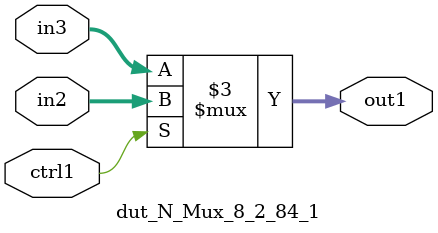
<source format=v>

`timescale 1ps / 1ps


module dut_N_Mux_8_2_84_1( in3, in2, ctrl1, out1 );

    input [7:0] in3;
    input [7:0] in2;
    input ctrl1;
    output [7:0] out1;
    reg [7:0] out1;

    
    // rtl_process:dut_N_Mux_8_2_84_1/dut_N_Mux_8_2_84_1_thread_1
    always @*
      begin : dut_N_Mux_8_2_84_1_thread_1
        case (ctrl1) 
          1'b1: 
            begin
              out1 = in2;
            end
          default: 
            begin
              out1 = in3;
            end
        endcase
      end

endmodule



</source>
